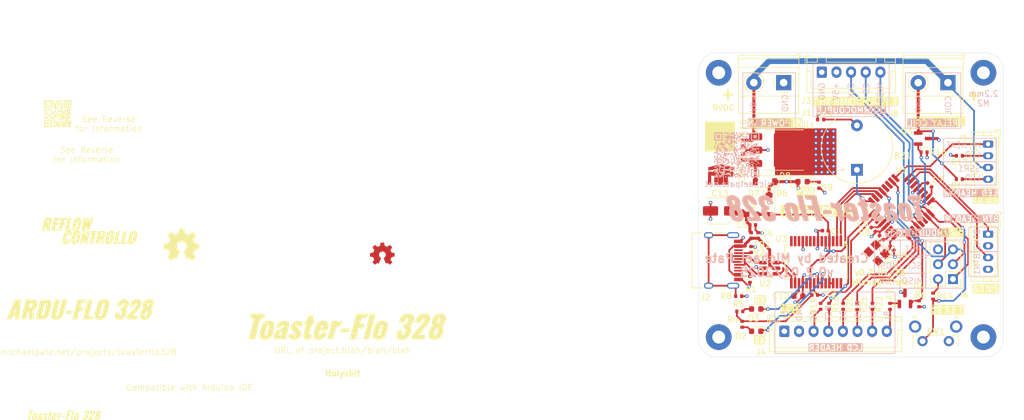
<source format=kicad_pcb>
(kicad_pcb (version 20241229) (generator "pcbnew") (generator_version "9.0")
  (layers (0 "F.Cu" signal) (4 "In1.Cu" signal) (6 "In2.Cu" signal) (2 "B.Cu" power) (13 "F.Paste" user) (15 "B.Paste" user) (5 "F.SilkS" user "F.Silkscreen") (7 "B.SilkS" user "B.Silkscreen") (1 "F.Mask" user) (3 "B.Mask" user) (25 "Edge.Cuts" user))
  (net 0 "")
  (net 1 "/Microcontroller/BUZZER")
  (net 2 "Net-(BZ1--)")
  (net 3 "GND")
  (net 4 "+3V3")
  (net 5 "+9V")
  (net 6 "+5V")
  (net 7 "VBUS")
  (net 8 "VCC")
  (net 9 "/Microcontroller/XTAL1")
  (net 10 "/Microcontroller/XTAL2")
  (net 11 "/Microcontroller/TXL_K")
  (net 12 "/Microcontroller/TXL_A")
  (net 13 "/Microcontroller/RXL_K")
  (net 14 "/Microcontroller/RXL_A")
  (net 15 "Net-(D8-K)")
  (net 16 "/Power Supply and USB/VBUS_IN")
  (net 17 "/Power Supply and USB/CC2")
  (net 18 "/Power Supply and USB/CC1")
  (net 19 "Net-(J2-SHIELD)")
  (net 20 "/Power Supply and USB/D+_IN")
  (net 21 "/Power Supply and USB/D-_IN")
  (net 22 "TC_CLK")
  (net 23 "TC_CS")
  (net 24 "TC_DAT")
  (net 25 "LCD_RST")
  (net 26 "LCD_CS")
  (net 27 "/Connectors/LCD_BL")
  (net 28 "LCD_DC")
  (net 29 "LCD_DIN")
  (net 30 "LCD_CLK")
  (net 31 "HI_HEAT_K")
  (net 32 "HI_HEAT_LED")
  (net 33 "/Connectors/SSR1_LED_K")
  (net 34 "AVR_RST")
  (net 35 "ICSP_13")
  (net 36 "BTN2")
  (net 37 "BTN1")
  (net 38 "IDE_A3")
  (net 39 "AVR_SSR1")
  (net 40 "Net-(U5-PD3)")
  (net 41 "Net-(U5-PD4)")
  (net 42 "Net-(U5-PD5)")
  (net 43 "Net-(U5-PD6)")
  (net 44 "Net-(U5-PD7)")
  (net 45 "USB_DM")
  (net 46 "USB_DP")
  (net 52 "/Microcontroller/AVR_RX")
  (net 56 "/Microcontroller/AVR_TX")
  (net 64 "Net-(J8-Pin_2)")
  (net 68 "Net-(Q4-D)")
  (net 69 "Net-(C13-Pad1)")
  (footprint "Resistor_SMD:R_0402_1005Metric" (layer "F.Cu") (at 141 116.8 180)
    (property "Reference" "R5")
    (property "Value" "1k")
  )
  (footprint "LOGO" (layer "F.Cu") (at 45.75 105.5)
    (property "Reference" "G***" (hide yes))
    (property "Value" "LOGO" (hide yes))
  )
  (footprint "TerminalBlock_Phoenix:TerminalBlock_Phoenix_MKDS-1,5-2-5.08_1x02_P5.08mm_Horizontal" (layer "F.Cu") (at 148.48 77.695 180)
    (property "Reference" "J1")
    (property "Value" "Conn_01x02")
  )
  (footprint "Connector_JST:JST_PH_B4B-PH-K_1x04_P2.00mm_Vertical" (layer "F.Cu") (at 183.4 103.6 -90)
    (property "Reference" "J7")
    (property "Value" "Conn_01x04")
  )
  (footprint "MountingHole:MountingHole_2.2mm_M2_Pad" (layer "F.Cu") (at 182.6 76)
    (property "Reference" "H3" (hide yes))
    (property "Value" "MountingHole_Pad")
  )
  (footprint "Capacitor_SMD:C_0402_1005Metric" (layer "F.Cu") (at 141.521573 90.421573 -90)
    (property "Reference" "C15")
    (property "Value" "100n")
  )
  (footprint "Package_TO_SOT_SMD:SOT-23" (layer "F.Cu") (at 169.2 114.6 90)
    (property "Reference" "Q4")
    (property "Value" "AO3414-HXY")
  )
  (footprint "Resistor_SMD:R_0402_1005Metric" (layer "F.Cu") (at 172.4625 89.6)
    (property "Reference" "R16")
    (property "Value" "10k")
  )
  (footprint "Capacitor_SMD:C_0402_1005Metric" (layer "F.Cu") (at 155.6 103)
    (property "Reference" "C1")
    (property "Value" "100n")
  )
  (footprint "Connector_USB:USB_C_Receptacle_HRO_TYPE-C-31-M-12" (layer "F.Cu") (at 136.721573 108.091573 -90)
    (property "Reference" "J2")
    (property "Value" "USB_C_Receptacle_USB2.0_14P")
  )
  (footprint "Package_TO_SOT_SMD:TO-252-3_TabPin2" (layer "F.Cu") (at 148.761573 89.221573)
    (property "Reference" "U1")
    (property "Value" "L7805")
  )
  (footprint "Connector_JST:JST_PH_B4B-PH-K_1x04_P2.00mm_Vertical" (layer "F.Cu") (at 183.4 88.2 -90)
    (property "Reference" "J5")
    (property "Value" "Conn_01x04")
  )
  (footprint "TerminalBlock_Phoenix:TerminalBlock_Phoenix_MKDS-1,5-2-5.08_1x02_P5.08mm_Horizontal" (layer "F.Cu") (at 176.545 77.695 180)
    (property "Reference" "J8")
    (property "Value" "Conn_01x02")
  )
  (footprint "Resistor_SMD:R_0402_1005Metric" (layer "F.Cu") (at 178.49 90.2 180)
    (property "Reference" "R13")
    (property "Value" "470")
  )
  (footprint "Capacitor_SMD:CP_Elec_4x5.4" (layer "F.Cu") (at 137.8 99.621573 180)
    (property "Reference" "C13")
    (property "Value" "4u7")
  )
  (footprint "Resistor_SMD:R_0402_1005Metric" (layer "F.Cu") (at 142.721573 111.331573 90)
    (property "Reference" "R1")
    (property "Value" "5k1")
  )
  (footprint "LOGO" (layer "F.Cu") (at 25.5 134.5)
    (property "Reference" "G***" (hide yes))
    (property "Value" "LOGO" (hide yes))
  )
  (footprint "Buzzer_Beeper:Buzzer_12x9.5RM7.6" (layer "F.Cu") (at 161 92.6 90)
    (property "Reference" "BZ1")
    (property "Value" "Buzzer")
  )
  (footprint "Package_SO:SSOP-28_5.3x10.2mm_P0.65mm" (layer "F.Cu") (at 154.025 108.4 -90)
    (property "Reference" "U3")
    (property "Value" "FT232RL")
  )
  (footprint "Resistor_SMD:R_0402_1005Metric" (layer "F.Cu") (at 161.05 115.9375 -90)
    (property "Reference" "R21")
    (property "Value" "10k")
  )
  (footprint "LOGO" (layer "F.Cu") (at 29.75 103.25)
    (property "Reference" "G***" (hide yes))
    (property "Value" "LOGO" (hide yes))
  )
  (footprint "Capacitor_SMD:C_0402_1005Metric" (layer "F.Cu") (at 144.121573 103.821573 -90)
    (property "Reference" "C4")
    (property "Value" "10n")
  )
  (footprint "LED_SMD:LED_0603_1608Metric" (layer "F.Cu") (at 151.721573 94.621573 180)
    (property "Reference" "D8")
    (property "Value" "RED")
  )
  (footprint "Resistor_SMD:R_0402_1005Metric" (layer "F.Cu") (at 154.8 115.9375 -90)
    (property "Reference" "R19")
    (property "Value" "1k")
  )
  (footprint "LED_SMD:LED_0603_1608Metric" (layer "F.Cu") (at 143.8 120.2 180)
    (property "Reference" "D2")
    (property "Value" "RED")
  )
  (footprint "Fuse:Fuse_0603_1608Metric_Pad1.05x0.95mm_HandSolder" (layer "F.Cu") (at 143 100.221573)
    (property "Reference" "F2")
    (property "Value" "0603L020/6XR")
  )
  (footprint "Button_Switch_THT:SW_Tactile_SPST_Angled_PTS645Vx58-2LFS" (layer "F.Cu") (at 176.7 121.89 180)
    (property "Reference" "SW1")
    (property "Value" "SW_Push")
  )
  (footprint "Capacitor_SMD:C_0402_1005Metric" (layer "F.Cu") (at 167 106 135)
    (property "Reference" "C9")
    (property "Value" "22p")
  )
  (footprint "Connector_PinHeader_2.54mm:PinHeader_2x03_P2.54mm_Vertical" (layer "F.Cu") (at 177.4 111.28 180)
    (property "Reference" "J6")
    (property "Value" "Conn_02x03_Counter_Clockwise")
  )
  (footprint "Connector_JST:JST_XH_B5B-XH-A_1x05_P2.50mm_Vertical" (layer "F.Cu") (at 155 75.896573)
    (property "Reference" "J3")
    (property "Value" "Conn_01x05")
  )
  (footprint "Capacitor_SMD:C_0402_1005Metric" (layer "F.Cu") (at 173.4 95.2 -45)
    (property "Reference" "C7")
    (property "Value" "100n")
  )
  (footprint "Connector_JST:JST_XH_B8B-XH-A_1x08_P2.50mm_Vertical" (layer "F.Cu") (at 148.6 120.2)
    (property "Reference" "J4")
    (property "Value" "Conn_01x08")
  )
  (footprint "Package_QFP:TQFP-32_7x7mm_P0.8mm" (layer "F.Cu") (at 168.6 99 45)
    (property "Reference" "U5")
    (property "Value" "ATmega328PB-A")
  )
  (footprint "Capacitor_SMD:C_0402_1005Metric" (layer "F.Cu") (at 141.521573 88.021573 90)
    (property "Reference" "C16")
    (property "Value" "220n")
  )
  (footprint "LOGO" (layer "F.Cu") (at 154.439327 99.594552)
    (property "Reference" "G***" (hide yes))
    (property "Value" "LOGO" (hide yes))
  )
  (footprint "Resistor_SMD:R_0402_1005Metric" (layer "F.Cu") (at 166.65 115.9375 90)
    (property "Reference" "R7")
    (property "Value" "330")
  )
  (footprint "Resistor_SMD:R_0402_1005Metric" (layer "F.Cu") (at 174 114.2 90)
    (property "Reference" "R14")
    (property "Value" "10k")
  )
  (footprint "Resistor_SMD:R_0402_1005Metric" (layer "F.Cu") (at 158.65 115.9375 -90)
    (property "Reference" "R20")
    (property "Value" "10k")
  )
  (footprint "Package_TO_SOT_SMD:SOT-23-6" (layer "F.Cu") (at 146.121573 109.421573)
    (property "Reference" "U2")
    (property "Value" "USBLC6-2SC6")
  )
  (footprint "Resistor_SMD:R_0402_1005Metric" (layer "F.Cu") (at 156.25 115.9375 -90)
    (property "Reference" "R18")
    (property "Value" "10k")
  )
  (footprint "LED_SMD:LED_0603_1608Metric" (layer "F.Cu") (at 143.8 116.4 180)
    (property "Reference" "D3")
    (property "Value" "RED")
  )
  (footprint "LOGO" (layer "F.Cu") (at 80 107)
    (property "Reference" "G***" (hide yes))
    (property "Value" "LOGO" (hide yes))
  )
  (footprint "MountingHole:MountingHole_2.2mm_M2_Pad" (layer "F.Cu") (at 182.6 121.2)
    (property "Reference" "H4" (hide yes))
    (property "Value" "MountingHole_Pad")
  )
  (footprint "Resistor_SMD:R_0402_1005Metric" (layer "F.Cu") (at 141.4 119 90)
    (property "Reference" "R4")
    (property "Value" "1k")
  )
  (footprint "LOGO" (layer "F.Cu") (at 73.568135 119.242352)
    (property "Reference" "G***" (hide yes))
    (property "Value" "LOGO" (hide yes))
  )
  (footprint "Resistor_SMD:R_0402_1005Metric" (layer "F.Cu") (at 154.521573 95.221573 -90)
    (property "Reference" "R9")
    (property "Value" "470")
  )
  (footprint "Inductor_SMD:L_0402_1005Metric" (layer "F.Cu") (at 142.921573 103.821573 90)
    (property "Reference" "FB2")
    (property "Value" "33R100MHz")
  )
  (footprint "Package_TO_SOT_SMD:SOT-23" (layer "F.Cu") (at 172.4 87.25)
    (property "Reference" "Q3")
    (property "Value" "AO3414-HXY")
  )
  (footprint "Watermarks:MTP Logo 5mm Low Detail Copper" (layer "F.Cu") (at 137.8 93.4)
    (property "Reference" "REF**" (hide yes))
    (property "Value" "MTP Logo 5mm Low Detail Copper" (hide yes))
  )
  (footprint "Crystal:Crystal_SMD_3225-4Pin_3.2x2.5mm" (layer "F.Cu") (at 164.4 106.8 135)
    (property "Reference" "Y2")
    (property "Value" "16MHz")
  )
  (footprint "Diode_SMD:D_SOD-123" (layer "F.Cu") (at 146 98.6 -90)
    (property "Reference" "D6")
    (property "Value" "MBR0520T1G-JSM")
  )
  (footprint "Capacitor_SMD:C_0402_1005Metric" (layer "F.Cu") (at 153.8 114 180)
    (property "Reference" "C2")
    (property "Value" "100n")
  )
  (footprint "Capacitor_SMD:C_0603_1608Metric" (layer "F.Cu") (at 151 114.2)
    (property "Reference" "C12")
    (property "Value" "1u")
  )
  (footprint "Capacitor_SMD:C_0402_1005Metric" (layer "F.Cu") (at 143.2 102.021573 180)
    (property "Reference" "C5")
    (property "Value" "100n")
  )
  (footprint "MountingHole:MountingHole_2.2mm_M2_Pad" (layer "F.Cu") (at 137.4 76)
    (property "Reference" "H1" (hide yes))
    (property "Value" "MountingHole_Pad")
  )
  (footprint "Resistor_SMD:R_0402_1005Metric" (layer "F.Cu") (at 178.49 94.2 180)
    (property "Reference" "R17")
    (property "Value" "10k")
  )
  (footprint "Capacitor_SMD:C_0402_1005Metric" (layer "F.Cu") (at 165.2 104.2 -45)
    (property "Reference" "C8")
    (property "Value" "22p")
  )
  (footprint "Resistor_SMD:R_0402_1005Metric" (layer "F.Cu") (at 142.921573 106.221573 -90)
    (property "Reference" "R2")
    (property "Value" "5k1")
  )
  (footprint "MountingHole:MountingHole_2.2mm_M2_Pad" (layer "F.Cu") (at 137.4 121.2)
    (property "Reference" "H2" (hide yes))
    (property "Value" "MountingHole_Pad")
  )
  (footprint "Resistor_SMD:R_0402_1005Metric" (layer "F.Cu") (at 171.6 115.5 -90)
    (property "Reference" "R6")
    (property "Value" "10k")
  )
  (footprint "Resistor_SMD:R_0402_1005Metric" (layer "F.Cu") (at 154.8 84)
    (property "Reference" "R15")
    (property "Value" "1k")
  )
  (footprint "Resistor_SMD:R_0402_1005Metric" (layer "F.Cu") (at 140.8 114.2)
    (property "Reference" "R8")
    (property "Value" "0")
  )
  (footprint "Watermarks:michaelpate.net QR Code 5mm" (layer "F.Cu") (at 24.5 83)
    (property "Reference" "REF**" (hide yes))
    (property "Value" "michaelpate.net QR Code 5mm" (hide yes))
  )
  (footprint "Capacitor_SMD:C_0402_1005Metric" (layer "F.Cu") (at 163.8 102.8 135)
    (property "Reference" "C6")
    (property "Value" "100n")
  )
  (footprint "Resistor_SMD:R_0402_1005Metric" (layer "F.Cu") (at 163.65 115.9375 -90)
    (property "Reference" "R22")
    (property "Value" "10k")
  )
  (footprint "LOGO" (layer "F.Cu") (at 28.25 116.5)
    (property "Reference" "G***" (hide yes))
    (property "Value" "LOGO" (hide yes))
  )
  (footprint "Diode_SMD:D_SOD-123" (layer "F.Cu") (at 145.321573 94.621573 180)
    (property "Reference" "D7")
    (property "Value" "MBR0520T1G-JSM")
  )
  (footprint "LOGO" (layer "B.Cu") (at 140.5 90 180)
    (property "Reference" "G***" (hide yes))
    (property "Value" "LOGO" (hide yes))
  )
  (footprint "LOGO" (layer "B.Cu") (at 155.960589 99.024892 180)
    (property "Reference" "G***" (hide yes))
    (property "Value" "LOGO" (hide yes))
  )
  (gr_rect (start 135.1 84.4) (end 140.1 89.4) (stroke (width 0.1)) (fill yes) (layer "F.SilkS"))
  (gr_rect (start 149.721573 93.621573) (end 153.721573 95.621573) (stroke (width 0.1)) (fill no) (layer "F.SilkS"))
  (gr_rect (start 164.025 104.6) (end 168.4 112.85) (stroke (width 0.1)) (fill no) (layer "B.SilkS"))
  (gr_line (start 176.1 104.9) (end 170.4 104.9) (stroke (width 0.1)) (layer "B.SilkS"))
  (gr_rect (start 180.115704 102.395942) (end 185.015704 106.595942) (stroke (width 0.1)) (fill no) (layer "B.SilkS"))
  (gr_rect (start 153.5 74.5) (end 166.5 83.5) (stroke (width 0.1)) (fill no) (layer "B.SilkS"))
  (gr_rect (start 147 113.5) (end 167.5 124) (stroke (width 0.1)) (fill no) (layer "B.SilkS"))
  (gr_rect (start 141.5 76) (end 150.5 85.5) (stroke (width 0.1)) (fill no) (layer "B.SilkS"))
  (gr_rect (start 164.025 110.286515) (end 172.71688 112.85) (stroke (width 0.1)) (fill no) (layer "B.SilkS"))
  (gr_rect (start 169.25 76) (end 178.75 85.5) (stroke (width 0.1)) (fill no) (layer "B.SilkS"))
  (gr_rect (start 175.8 91.2) (end 184.8 95.2) (stroke (width 0.1)) (fill no) (layer "B.SilkS"))
  (gr_rect (start 175.8 87.2) (end 184.8 91.2) (stroke (width 0.1)) (fill no) (layer "B.SilkS"))
  (gr_line (start 174.215712 106.881666) (end 173.9 107.2) (stroke (width 0.1)) (layer "B.SilkS"))
  (gr_line (start 173.9 107.2) (end 166.2 107.2) (stroke (width 0.1)) (layer "B.SilkS"))
  (gr_line (start 176.762214 105.52017) (end 176.1 104.9) (stroke (width 0.1)) (layer "B.SilkS"))
  (gr_rect (start 172.775 104.6) (end 179.2 112.85) (stroke (width 0.1)) (fill no) (layer "B.SilkS"))
  (gr_rect (start 164.025 104.6) (end 172.775 112.85) (stroke (width 0.1)) (fill no) (layer "B.SilkS"))
  (gr_rect (start 180.1 106.6) (end 185 110.8) (stroke (width 0.1)) (fill no) (layer "B.SilkS"))
  (gr_rect (start 164.025 107.6) (end 172.775 110.286515) (stroke (width 0.1)) (fill no) (layer "B.SilkS"))
  (gr_arc (start 134 75.6) (mid 134.87868 73.47868) (end 137 72.6) (stroke (width 0.05)) (layer "Edge.Cuts"))
  (gr_line (start 134 121.6) (end 134 75.6) (stroke (width 0.05)) (layer "Edge.Cuts"))
  (gr_arc (start 137 124.6) (mid 134.87868 123.72132) (end 134 121.6) (stroke (width 0.05)) (layer "Edge.Cuts"))
  (gr_line (start 183 124.6) (end 137 124.6) (stroke (width 0.05)) (layer "Edge.Cuts"))
  (gr_arc (start 183 72.6) (mid 185.12132 73.47868) (end 186 75.6) (stroke (width 0.05)) (layer "Edge.Cuts"))
  (gr_arc (start 186 121.6) (mid 185.12132 123.72132) (end 183 124.6) (stroke (width 0.05)) (layer "Edge.Cuts"))
  (gr_line (start 186 75.6) (end 186 121.6) (stroke (width 0.05)) (layer "Edge.Cuts"))
  (gr_line (start 137 72.6) (end 183 72.6) (stroke (width 0.05)) (layer "Edge.Cuts"))
  (gr_text "POWER IN" (at 147.2 84.6 0) (layer "F.SilkS" knockout) (effects (font (size 1.25 1.25) (thickness 0.2) (bold yes))))
  (gr_text "See Reverse\nfor Information" (at 29.5 90 0) (layer "F.SilkS") (effects (font (size 1 1) (thickness 0.1))))
  (gr_text "Compatible with Arduino IDE" (at 47 129.8 0) (layer "F.SilkS") (effects (font (size 1 1) (thickness 0.1))))
  (gr_text "THERMOCOUPLE" (at 160.8 81 0) (layer "F.SilkS" knockout) (effects (font (size 1.25 1.25) (thickness 0.15625))))
  (gr_text "michaelpate.net/projects/toasterflo328" (at 29.75 123.75 0) (layer "F.SilkS") (effects (font (size 1 1) (thickness 0.1))))
  (gr_text "BTNS" (at 183 113 0) (layer "F.SilkS" knockout) (effects (font (size 1.25 1.25) (thickness 0.15625))))
  (gr_text "See Reverse\nfor Information" (at 33.25 84.75 0) (layer "F.SilkS") (effects (font (size 1 1) (thickness 0.1))))
  (gr_text "LCD" (at 149.6 116.4 0) (layer "F.SilkS" knockout) (effects (font (size 1.25 1.25) (thickness 0.15625))))
  (gr_text "9VDC" (at 136.2 82.6 0) (layer "F.SilkS") (effects (font (size 1 1)) (justify left bottom)))
  (gr_text "PWR" (at 152.184006 96.332881 0) (layer "F.SilkS" knockout) (effects (font (size 1 1) (thickness 0.19) (bold yes))))
  (gr_text "+" (at 139 79.6 0) (layer "F.SilkS") (effects (font (size 2 2) (thickness 0.375))))
  (gr_text "ICSP" (at 177.125 103.355 0) (layer "F.SilkS" knockout) (effects (font (size 1.25 1.25) (thickness 0.15625))))
  (gr_text "RESET" (at 176.318063 116.588409 0) (layer "F.SilkS" knockout) (effects (font (size 1.25 1.25) (thickness 0.15625))))
  (gr_text "SSR COIL" (at 175 84.4 0) (layer "F.SilkS" knockout) (effects (font (size 1.25 1.25) (thickness 0.15625))))
  (gr_text "v0.2 01/25\nMichael Pate" (at 165 111 0) (layer "F.SilkS") (effects (font (size 1 1) (thickness 0.2) (bold yes))))
  (gr_text "Holysbit" (at 73.168135 127.392352 0) (layer "F.SilkS") (effects (font (size 1 1) (thickness 0.2) (bold yes))))
  (gr_text "+" (at 181 79.8 0) (layer "F.SilkS") (effects (font (size 2 2) (thickness 0.375))))
  (gr_text "TX" (at 144.4 121.8 0) (layer "F.SilkS" knockout) (effects (font (size 1 1) (thickness 0.19) (bold yes))))
  (gr_text "URL of project.blah/blah/blah" (at 73.168135 123.442352 0) (layer "F.SilkS") (effects (font (size 1 1) (thickness 0.1))))
  (gr_text "LEDS" (at 183 97.6 0) (layer "F.SilkS" knockout) (effects (font (size 1.25 1.25) (thickness 0.15625))))
  (gr_text "RX" (at 144.4 114.8 0) (layer "F.SilkS" knockout) (effects (font (size 1 1) (thickness 0.19) (bold yes))))
  (gr_text "RST" (at 171.975 106.2 0) (layer "B.SilkS") (effects (font (size 1 1) (thickness 0.1)) (justify left mirror)))
  (gr_text "MISO" (at 172.375 111.6 0) (layer "B.SilkS") (effects (font (size 1 1) (thickness 0.1)) (justify left mirror)))
  (gr_text "BTN HEADER" (at 180.6 101 0) (layer "B.SilkS" knockout) (effects (font (size 1 1) (thickness 0.2) (bold yes)) (justify mirror)))
  (gr_text "BTN1" (at 181.484334 106.8 90) (layer "B.SilkS") (effects (font (size 1 1) (thickness 0.1)) (justify left mirror)))
  (gr_text "Created by Michael Pate\nv0.2 01/2025" (at 149 111 0) (layer "B.SilkS") (effects (font (size 1.5 1.5) (thickness 0.3) (bold yes)) (justify bottom mirror)))
  (gr_text "MOSI" (at 168.175 109 0) (layer "B.SilkS") (effects (font (size 1 1) (thickness 0.1)) (justify left mirror)))
  (gr_text "CLK" (at 160 77.6 90) (layer "B.SilkS") (effects (font (size 1 1) (thickness 0.1)) (justify left mirror)))
  (gr_text "+5V" (at 157.4 77.6 90) (layer "B.SilkS") (effects (font (size 1 1) (thickness 0.1)) (justify left mirror)))
  (gr_text "POWER IN" (at 146 84.6 0) (layer "B.SilkS" knockout) (effects (font (size 1 1) (thickness 0.2) (bold yes)) (justify mirror)))
  (gr_text "DC" (at 158.65 118.55 90) (layer "B.SilkS") (effects (font (size 1 1) (thickness 0.1)) (justify right mirror)))
  (gr_text "CLK" (at 163.65 118.55 90) (layer "B.SilkS") (effects (font (size 1 1) (thickness 0.1)) (justify right mirror)))
  (gr_text "BL" (at 166.15 118.55 90) (layer "B.SilkS") (effects (font (size 1 1) (thickness 0.1)) (justify right mirror)))
  (gr_text "LCD HEADER" (at 157.4 123 0) (layer "B.SilkS" knockout) (effects (font (size 1 1) (thickness 0.2) (bold yes)) (justify mirror)))
  (gr_text "COIL" (at 176.6 79.85 90) (layer "B.SilkS") (effects (font (size 1 1) (thickness 0.1)) (justify left mirror)))
  (gr_text "THERMOCOUPLE" (at 160 82.4 0) (layer "B.SilkS" knockout) (effects (font (size 1 1) (thickness 0.2) (bold yes)) (justify mirror)))
  (gr_text "GND" (at 148.74905 79.637643 90) (layer "B.SilkS") (effects (font (size 1 1) (thickness 0.1)) (justify left mirror)))
  (gr_text "MOSI" (at 161.15 118.55 90) (layer "B.SilkS") (effects (font (size 1 1) (thickness 0.1)) (justify right mirror)))
  (gr_text "BTN2" (at 181.483669 102.6 90) (layer "B.SilkS") (effects (font (size 1 1) (thickness 0.1)) (justify left mirror)))
  (gr_text "CS" (at 153.65 118.55 90) (layer "B.SilkS") (effects (font (size 1 1) (thickness 0.1)) (justify right mirror)))
  (gr_text "2.2mm\nM2" (at 182.6 80.4 0) (layer "B.SilkS") (effects (font (size 1 1) (thickness 0.125)) (justify mirror)))
  (gr_text "SSR1\nLED" (at 182.2 93.2 0) (layer "B.SilkS") (effects (font (size 1 1) (thickness 0.1)) (justify left mirror)))
  (gr_text "GND" (at 155 77.6 90) (layer "B.SilkS") (effects (font (size 1 1) (thickness 0.1)) (justify left mirror)))
  (gr_text "GND" (at 151.15 118.55 90) (layer "B.SilkS") (effects (font (size 1 1) (thickness 0.1)) (justify right mirror)))
  (gr_text "michaelpate.net" (at 141 95 0) (layer "B.SilkS") (effects (font (size 1 1) (thickness 0.125)) (justify mirror)))
  (gr_text "LED HEADER" (at 180.4 96.6 0) (layer "B.SilkS" knockout) (effects (font (size 1 1) (thickness 0.2) (bold yes)) (justify mirror)))
  (gr_text "CS" (at 162.6 77.6 90) (layer "B.SilkS") (effects (font (size 1 1) (thickness 0.1)) (justify left mirror)))
  (gr_text "HI HEAT\nLED" (at 182.2 89.2 0) (layer "B.SilkS") (effects (font (size 1 1) (thickness 0.1)) (justify left mirror)))
  (gr_text "ARDUINO ICSP" (at 171.2 103.4 0) (layer "B.SilkS" knockout) (effects (font (size 1 1) (thickness 0.2) (bold yes)) (justify mirror)))
  (gr_text "RELAY COIL" (at 174 84.6 0) (layer "B.SilkS" knockout) (effects (font (size 1 1) (thickness 0.2) (bold yes)) (justify mirror)))
  (gr_text "+5V" (at 167.975 111.6 0) (layer "B.SilkS") (effects (font (size 1 1) (thickness 0.1)) (justify left mirror)))
  (gr_text "SCK" (at 172.175 109 0) (layer "B.SilkS") (effects (font (size 1 1) (thickness 0.1)) (justify left mirror)))
  (gr_text "GND" (at 167.775 106.2 0) (layer "B.SilkS") (effects (font (size 1 1) (thickness 0.1)) (justify left mirror)))
  (gr_text "+5V" (at 148.65 118.55 90) (layer "B.SilkS") (effects (font (size 1 1) (thickness 0.1)) (justify right mirror)))
  (gr_text "MISO" (at 165 77.6 90) (layer "B.SilkS") (effects (font (size 1 1) (thickness 0.1)) (justify left mirror)))
  (gr_text "RST" (at 156.15 118.55 90) (layer "B.SilkS") (effects (font (size 1 1) (thickness 0.1)) (justify right mirror)))
  (gr_text "+9V" (at 143.4 79.637643 90) (layer "B.SilkS") (effects (font (size 1 1) (thickness 0.1)) (justify left mirror)))
  (gr_text "GND" (at 171.5 79.85 90) (layer "B.SilkS") (effects (font (size 1 1) (thickness 0.1)) (justify left mirror)))
  (segment (start 163.614897 97.974695) (end 162.474695 97.974695) (width 0.3) (layer "F.Cu") (net 1))
  (segment (start 162.474695 97.974695) (end 162 97.5) (width 0.3) (layer "F.Cu") (net 1))
  (via (at 162 97.5) (size 0.6) (drill 0.3) (layers "F.Cu" "B.Cu") (net 1))
  (segment (start 162 97.5) (end 161 96.5) (width 0.3) (layer "B.Cu") (net 1))
  (segment (start 161 96.5) (end 161 92.6) (width 0.3) (layer "B.Cu") (net 1))
  (segment (start 160 84) (end 161 85) (width 0.3) (layer "F.Cu") (net 2))
  (segment (start 155.31 84) (end 160 84) (width 0.3) (layer "F.Cu") (net 2))
  (segment (start 143.68 102.021573) (end 143.68 102.9) (width 0.3) (layer "F.Cu") (net 3))
  (segment (start 164.139411 103.360589) (end 163.5 104) (width 0.3) (layer "F.Cu") (net 3))
  (segment (start 144.021573 109.421573) (end 143.8 109.2) (width 0.3) (layer "F.Cu") (net 3))
  (segment (start 154.35 103.35) (end 154 103) (width 0.3) (layer "F.Cu") (net 3))
  (segment (start 151.75 106.15) (end 151.8 106.2) (width 0.3) (layer "F.Cu") (net 3))
  (segment (start 154.35 105.954666) (end 154.247972 106.056694) (width 0.3) (layer "F.Cu") (net 3))
  (segment (start 173.060589 94.860589) (end 172.173725 94.860589) (width 0.3) (layer "F.Cu") (net 3))
  (segment (start 153.7 113.373154) (end 154.28 113.953154) (width 0.3) (layer "F.Cu") (net 3))
  (segment (start 154.35 104.8) (end 154.35 103.35) (width 0.3) (layer "F.Cu") (net 3))
  (segment (start 172.173725 94.860589) (end 171.322361 95.711953) (width 0.3) (layer "F.Cu") (net 3))
  (segment (start 174.75 87.25) (end 175 87.5) (width 0.5) (layer "F.Cu") (net 3))
  (segment (start 156.3 110.7) (end 156.4 110.6) (width 0.3) (layer "F.Cu") (net 3))
  (segment (start 167.339411 106.339411) (end 167.339411 107.339411) (width 0.3) (layer "F.Cu") (net 3))
  (segment (start 136 99.621573) (end 136 98.2) (width 0.3) (layer "F.Cu") (net 3))
  (segment (start 150.73462 115.24038) (end 151.775 114.2) (width 0.3) (layer "F.Cu") (net 3))
  (segment (start 140.766573 104.841573) (end 140.958427 104.841573) (width 0.3) (layer "F.Cu") (net 3))
  (segment (start 141.341573 111.341573) (end 142.6 112.6) (width 0.3) (layer "F.Cu") (net 3))
  (segment (start 150.44038 115.24038) (end 150.73462 115.24038) (width 0.3) (layer "F.Cu") (net 3))
  (segment (start 142.241573 89.221573) (end 141.521573 89.941573) (width 0.3) (layer "F.Cu") (net 3))
  (segment (start 144.121573 103.341573) (end 144.741573 103.341573) (width 0.3) (layer "F.Cu") (net 3))
  (segment (start 154.28 114) (end 155.2 114) (width 0.3) (layer "F.Cu") (net 3))
  (segment (start 143.68 102.9) (end 144.121573 103.341573) (width 0.3) (layer "F.Cu") (net 3))
  (segment (start 164.860589 103.860589) (end 164.860589 103.305097) (width 0.3) (layer "F.Cu") (net 3))
  (segment (start 154.29 84) (end 154.29 83.21) (width 0.3) (layer "F.Cu") (net 3))
  (segment (start 141.521573 88.501573) (end 142.241573 89.221573) (width 0.3) (layer "F.Cu") (net 3))
  (segment (start 142.721573 111.841573) (end 142.721573 112.478427) (width 0.3) (layer "F.Cu") (net 3))
  (segment (start 140.958427 104.841573) (end 141.6 104.2) (width 0.3) (layer "F.Cu") (net 3))
  (segment (start 143.511573 105.711573) (end 143.6 105.8) (width 0.3) (layer "F.Cu") (net 3))
  (segment (start 173.3375 87.25) (end 174.75 87.25) (width 0.5) (layer "F.Cu") (net 3))
  (segment (start 151.75 114.175) (end 151.775 114.2) (width 0.3) (layer "F.Cu") (net 3))
  (segment (start 142.241573 89.221573) (end 143.721573 89.221573) (width 0.3) (layer "F.Cu") (net 3))
  (segment (start 172.49 116.01) (end 172.5 116) (width 0.3) (layer "F.Cu") (net 3))
  (segment (start 142.921573 105.711573) (end 143.511573 105.711573) (width 0.3) (layer "F.Cu") (net 3))
  (segment (start 154.29 83.21) (end 154.5 83) (width 0.3) (layer "F.Cu") (net 3))
  (segment (start 151.75 104.8) (end 151.75 106.15) (width 0.3) (layer "F.Cu") (net 3))
  (segment (start 154.28 113.953154) (end 154.28 114) (width 0.3) (layer "F.Cu") (net 3))
  (segment (start 171.322361 95.711953) (end 171.288047 95.711953) (width 0.3) (layer "F.Cu") (net 3))
  (segment (start 165.026275 103.139411) (end 165.877639 102.288047) (width 0.3) (layer "F.Cu") (net 3))
  (segment (start 168.6625 113.6625) (end 168.5 113.5) (width 0.3) (layer "F.Cu") (net 3))
  (segment (start 155.12 103) (end 154 103) (width 0.3) (layer "F.Cu") (net 3))
  (segment (start 177.2 90.2) (end 177 90) (width 0.3) (layer "F.Cu") (net 3))
  (segment (start 177.98 90.2) (end 177.2 90.2) (width 0.3) (layer "F.Cu") (net 3))
  (segment (start 151.75 112) (end 151.75 114.175) (width 0.3) (layer "F.Cu") (net 3))
  (segment (start 166.665686 101.5) (end 167 101.5) (width 0.3) (layer "F.Cu") (net 3))
  (segment (start 141.31 114.2) (end 142.2 114.2) (width 0.3) (layer "F.Cu") (net 3))
  (segment (start 171.288047 95.711953) (end 170.5 96.5) (width 0.3) (layer "F.Cu") (net 3))
  (segment (start 144.741573 103.341573) (end 144.8 103.4) (width 0.3) (layer "F.Cu") (net 3))
  (segment (start 164.139411 103.139411) (end 165.026275 103.139411) (width 0.3) (layer "F.Cu") (net 3))
  (segment (start 151.75 112) (end 151.75 110.85) (width 0.3) (layer "F.Cu") (net 3))
  (segment (start 154.731573 95.731573) (end 155.5 96.5) (width 0.3) (layer "F.Cu") (net 3))
  (segment (start 164.860589 103.305097) (end 165.877639 102.288047) (width 0.3) (layer "F.Cu") (net 3))
  (segment (start 143.721573 89.221573) (end 145.778427 89.221573) (width 0.3) (layer "F.Cu") (net 3))
  (segment (start 164.139411 103.139411) (end 164.139411 103.360589) (width 0.3) (layer "F.Cu") (net 3))
  (segment (start 172.9725 89.6) (end 172.9725 90.4725) (width 0.3) (layer "F.Cu") (net 3))
  (segment (start 171.6 116.01) (end 172.49 116.01) (width 0.3) (layer "F.Cu") (net 3))
  (segment (start 140.766573 111.341573) (end 141.341573 111.341573) (width 0.3) (layer "F.Cu") (net 3))
  (segment (start 154.521573 95.731573) (end 154.731573 95.731573) (width 0.3) (layer "F.Cu") (net 3))
  (segment (start 154.35 104.8) (end 154.35 105.954666) (width 0.3) (layer "F.Cu") (net 3))
  (segment (start 169.2 113.6625) (end 168.6625 113.6625) (width 0.3) (layer "F.Cu") (net 3))
  (segment (start 165.877639 102.288047) (end 166.665686 101.5) (width 0.3) (layer "F.Cu") (net 3))
  (segment (start 156.95 112) (end 156.3 112) (width 0.3) (layer "F.Cu") (net 3))
  (segment (start 145.778427 89.221573) (end 145.8 89.2) (width 0.3) (layer "F.Cu") (net 3))
  (segment (start 142.721573 112.478427) (end 142.6 112.6) (width 0.3) (layer "F.Cu") (net 3))
  (segment (start 167.339411 107.339411) (end 167.5 107.5) (width 0.3) (layer "F.Cu") (net 3))
  (segment (start 136 99.621573) (end 136 101) (width 0.3) (layer "F.Cu") (net 3))
  (segment (start 151.75 110.85) (end 152 110.6) (width 0.3) (layer "F.Cu") (net 3))
  (segment (start 172.9725 90.4725) (end 173 90.5) (width 0.3) (layer "F.Cu") (net 3))
  (segment (start 144.984073 109.421573) (end 144.021573 109.421573) (width 0.3) (layer "F.Cu") (net 3))
  (segment (start 156.3 112) (end 156.3 110.7) (width 0.3) (layer "F.Cu") (net 3))
  (segment (start 153.7 112) (end 153.7 113.373154) (width 0.3) (layer "F.Cu") (net 3))
  (via (at 156 87) (size 0.6) (drill 0.3) (layers "F.Cu" "B.Cu") (net 3))
  (via (at 172.5 116) (size 0.6) (drill 0.3) (layers "F.Cu" "B.Cu") (net 3))
  (via (at 154 93) (size 0.6) (drill 0.3) (layers "F.Cu" "B.Cu") (net 3))
  (via (at 155 92) (size 0.6) (drill 0.3) (layers "F.Cu" "B.Cu") (net 3))
  (via (at 157 87) (size 0.6) (drill 0.3) (layers "F.Cu" "B.Cu") (net 3))
  (via (at 155 88) (size 0.6) (drill 0.3) (layers "F.Cu" "B.Cu") (net 3))
  (via (at 156 91) (size 0.6) (drill 0.3) (layers "F.Cu" "B.Cu") (net 3))
  (via (at 170.5 96.5) (size 0.6) (drill 0.3) (layers "F.Cu" "B.Cu") (net 3))
  (via (at 156 86) (size 0.6) (drill 0.3) (layers "F.Cu" "B.Cu") (net 3))
  (via (at 155 89) (size 0.6) (drill 0.3) (layers "F.Cu" "B.Cu") (net 3))
  (via (at 157 91) (size 0.6) (drill 0.3) (layers "F.Cu" "B.Cu") (net 3))
  (via (at 156 88) (size 0.6) (drill 0.3) (layers "F.Cu" "B.Cu") (net 3))
  (via (at 142.6 112.6) (size 0.6) (drill 0.3) (layers "F.Cu" "B.Cu") (net 3))
  (via (at 154 92) (size 0.6) (drill 0.3) (layers "F.Cu" "B.Cu") (net 3))
  (via (at 157 89) (size 0.6) (drill 0.3) (layers "F.Cu" "B.Cu") (net 3))
  (via (at 175 87.5) (size 0.6) (drill 0.3) (layers "F.Cu" "B.Cu") (net 3))
  (via (at 141.6 104.2) (size 0.6) (drill 0.3) (layers "F.Cu" "B.Cu") (net 3))
  (via (at 157 90) (size 0.6) (drill 0.3) (layers "F.Cu" "B.Cu") (net 3))
  (via (at 154 88) (size 0.6) (drill 0.3) (layers "F.Cu" "B.Cu") (net 3))
  (via (at 157 92) (size 0.6) (drill 0.3) (layers "F.Cu" "B.Cu") (net 3))
  (via (at 155 90) (size 0.6) (drill 0.3) (layers "F.Cu" "B.Cu") (net 3))
  (via (at 177 90) (size 0.6) (drill 0.3) (layers "F.Cu" "B.Cu") (net 3))
  (via (at 150.44038 115.24038) (size 0.6) (drill 0.3) (layers "F.Cu" "B.Cu") (net 3))
  (via (at 163.5 104) (size 0.6) (drill 0.3) (layers "F.Cu" "B.Cu") (net 3))
  (via (at 136 98.2) (size 0.6) (drill 0.3) (layers "F.Cu" "B.Cu") (net 3))
  (via (at 145.8 89.2) (size 0.6) (drill 0.3) (layers "F.Cu" "B.Cu") (net 3))
  (via (at 167 101.5) (size 0.6) (drill 0.3) (layers "F.Cu" "B.Cu") (net 3))
  (via (at 154 90) (size 0.6) (drill 0.3) (layers "F.Cu" "B.Cu") (net 3))
  (via (at 155.5 96.5) (size 0.6) (drill 0.3) (layers "F.Cu" "B.Cu") (net 3))
  (via (at 143.6 105.8) (size 0.6) (drill 0.3) (layers "F.Cu" "B.Cu") (net 3))
  (via (at 154 89) (size 0.6) (drill 0.3) (layers "F.Cu" "B.Cu") (net 3))
  (via (at 155 87) (size 0.6) (drill 0.3) (layers "F.Cu" "B.Cu") (net 3))
  (via (at 152 110.6) (size 0.6) (drill 0.3) (layers "F.Cu" "B.Cu") (net 3))
  (via (at 167.5 107.5) (size 0.6) (drill 0.3) (layers "F.Cu" "B.Cu") (net 3))
  (via (at 173 90.5) (size 0.6) (drill 0.3) (layers "F.Cu" "B.Cu") (net 3))
  (via (at 154.247972 106.056694) (size 0.6) (drill 0.3) (layers "F.Cu" "B.Cu") (net 3))
  (via (at 157 88) (size 0.6) (drill 0.3) (layers "F.Cu" "B.Cu") (net 3))
  (via (at 156.4 110.6) (size 0.6) (drill 0.3) (layers "F.Cu" "B.Cu") (net 3))
  (via (at 155 91) (size 0.6) (drill 0.3) (layers "F.Cu" "B.Cu") (net 3))
  (via (at 142.2 114.2) (size 0.6) (drill 0.3) (layers "F.Cu" "B.Cu") (net 3))
  (via (at 156 90) (size 0.6) (drill 0.3) (layers "F.Cu" "B.Cu") (net 3))
  (via (at 154 86) (size 0.6) (drill 0.3) (layers "F.Cu" "B.Cu") (net 3))
  (via (at 155.2 114) (size 0.6) (drill 0.3) (layers "F.Cu" "B.Cu") (net 3))
  (via (at 151.8 106.2) (size 0.6) (drill 0.3) (layers "F.Cu" "B.Cu") (net 3))
  (via (at 154 87) (size 0.6) (drill 0.3) (layers "F.Cu" "B.Cu") (net 3))
  (via (at 155 93) (size 0.6) (drill 0.3) (layers "F.Cu" "B.Cu") (net 3))
  (via (at 136 101) (size 0.6) (drill 0.3) (layers "F.Cu" "B.Cu") (net 3))
  (via (at 155 86) (size 0.6) (drill 0.3) (layers "F.Cu" "B.Cu") (net 3))
  (via (at 157 86) (size 0.6) (drill 0.3) (layers "F.Cu" "B.Cu") (net 3))
  (via (at 154 103) (size 0.6) (drill 0.3) (layers "F.Cu" "B.Cu") (net 3))
  (via (at 154.5 83) (size 0.6) (drill 0.3) (layers "F.Cu" "B.Cu") (net 3))
  (via (at 154 91) (size 0.6) (drill 0.3) (layers "F.Cu" "B.Cu") (net 3))
  (via (at 143.8 109.2) (size 0.6) (drill 0.3) (layers "F.Cu" "B.Cu") (net 3))
  (via (at 144.8 103.4) (size 0.6) (drill 0.3) (layers "F.Cu" "B.Cu") (net 3))
  (via (at 156 93) (size 0.6) (drill 0.3) (layers "F.Cu" "B.Cu") (net 3))
  (via (at 168.5 113.5) (size 0.6) (drill 0.3) (layers "F.Cu" "B.Cu") (net 3))
  (via (at 156 89) (size 0.6) (drill 0.3) (layers "F.Cu" "B.Cu") (net 3))
  (via (at 157 93) (size 0.6) (drill 0.3) (layers "F.Cu" "B.Cu") (net 3))
  (via (at 156 92) (size 0.6) (drill 0.3) (layers "F.Cu" "B.Cu") (net 3))
  (segment (start 151.1 113.325) (end 150.225 114.2) (width 0.3) (layer "F.Cu") (net 4))
  (segment (start 151.1 112) (end 151.1 113.325) (width 0.3) (layer "F.Cu") (net 4))
  (segment (start 143.4 77.695) (end 143.4 86.62) (width 0.5) (layer "F.Cu") (net 5))
  (segment (start 141.521573 87.541573) (end 143.121573 87.541573) (width 0.5) (layer "F.Cu") (net 5))
  (segment (start 143.4 86.62) (end 143.721573 86.941573) (width 0.5) (layer "F.Cu") (net 5))
  (segment (start 143.121573 87.541573) (end 143.721573 86.941573) (width 0.5) (layer "F.Cu") (net 5))
  (segment (start 176.545 78.045) (end 176.545 77.695) (width 0.3) (layer "B.Cu") (net 5))
  (segment (start 176.545 77.695) (end 172.85 74) (width 1) (layer "B.Cu") (net 5))
  (segment (start 172.85 74) (end 146 74) (width 1) (layer "B.Cu") (net 5))
  (segment (start 182.2 92.2) (end 181 91) (width 0.3) (layer "B.Cu") (net 5))
  (segment (start 183.4 92.2) (end 182.2 92.2) (width 0.3) (layer "B.Cu") (net 5))
  (segment (start 146 74) (end 143.4 76.6) (width 1) (layer "B.Cu") (net 5))
  (segment (start 181 91) (end 181 82.5) (width 0.3) (layer "B.Cu") (net 5))
  (segment (start 143.4 76.6) (end 143.4 77.695) (width 1) (layer "B.Cu") (net 5))
  (segment (start 181 82.5) (end 176.545 78.045) (width 0.3) (layer "B.Cu") (net 5))
  (segment (start 143.671573 94.621573) (end 143.671573 91.551573) (width 0.5) (layer "F.Cu") (net 6))
  (segment (start 143.121573 90.901573) (end 143.721573 91.501573) (width 0.5) (layer "F.Cu") (net 6))
  (segment (start 143.671573 91.551573) (end 143.721573 91.501573) (width 0.5) (layer "F.Cu") (net 6))
  (segment (start 141.521573 90.901573) (end 143.121573 90.901573) (width 0.5) (layer "F.Cu") (net 6))
  (segment (start 153.32 114) (end 148.83 118.49) (width 0.3) (layer "F.Cu") (net 7))
  (segment (start 156.08 103) (end 156.3 103.22) (width 0.3) (layer "F.Cu") (net 7))
  (segment (start 155 108) (end 154.275 108) (width 0.3) (layer "F.Cu") (net 7))
  (segment (start 153.05 112) (end 153.05 113.73) (width 0.3) (layer "F.Cu") (net 7))
  (segment (start 153.05 113.73) (end 153.32 114) (width 0.3) (layer "F.Cu") (net 7))
  (segment (start 143.875 100.221573) (end 145.971573 100.221573) (width 0.5) (layer "F.Cu") (net 7))
  (segment (start 140.49 116.8) (end 140.49 117.58) (width 0.3) (layer "F.Cu") (net 7))
  (segment (start 156.3 104.8) (end 156.3 106.7) (width 0.3) (layer "F.Cu") (net 7))
  (segment (start 140.49 117.58) (end 141.4 118.49) (width 0.3) (layer "F.Cu") (net 7))
  (segment (start 154.275 108) (end 153.05 109.225) (width 0.3) (layer "F.Cu") (net 7))
  (segment (start 156.08 101.58) (end 154.75 100.25) (width 0.3) (layer "F.Cu") (net 7))
  (segment (start 156.3 103.22) (end 156.3 104.8) (width 0.3) (layer "F.Cu") (net 7))
  (segment (start 153.05 109.225) (end 153.05 112) (width 0.3) (layer "F.Cu") (net 7))
  (segment (start 145.971573 100.221573) (end 146 100.25) (width 0.5) (layer "F.Cu") (net 7))
  (segment (start 156.3 106.7) (end 155 108) (width 0.3) (layer "F.Cu") (net 7))
  (segment (start 148.83 118.49) (end 141.4 118.49) (width 0.3) (layer "F.Cu") (net 7))
  (segment (start 154.75 100.25) (end 146 100.25) (width 0.3) (layer "F.Cu") (net 7))
  (segment (start 156.08 103) (end 156.08 101.58) (width 0.3) (layer "F.Cu") (net 7))
  (segment (start 166 100.5) (end 166 101.034314) (width 0.3) (layer "F.Cu") (net 8))
  (segment (start 146 96.95) (end 146 98.2) (width 0.5) (layer "F.Cu") (net 8))
  (segment (start 166 101.034314) (end 165.311953 101.722361) (width 0.3) (layer "F.Cu") (net 8))
  (segment (start 146.971573 94.621573) (end 150.934073 94.621573) (width 0.5) (layer "F.Cu") (net 8))
  (segment (start 146 95.593146) (end 146.971573 94.621573) (width 0.5) (layer "F.Cu") (net 8))
  (segment (start 174.86 111.28) (end 174.86 112.83) (width 0.3) (layer "F.Cu") (net 8))
  (segment (start 174.86 112.83) (end 174 113.69) (width 0.3) (layer "F.Cu") (net 8))
  (segment (start 173.019417 97.40901) (end 172.335445 98.092982) (width 0.3) (layer "F.Cu") (net 8))
  (segment (start 173.739411 96.689016) (end 173.019417 97.40901) (width 0.3) (layer "F.Cu") (net 8))
  (segment (start 173.739411 95.539411) (end 173.739411 96.689016) (width 0.3) (layer "F.Cu") (net 8))
  (segment (start 163.460589 102.460589) (end 163.493714 102.427464) (width 0.3) (layer "F.Cu") (net 8))
  (segment (start 146 96.95) (end 146 95.593146) (width 0.5) (layer "F.Cu") (net 8))
  (segment (start 172.335445 98.092982) (end 171.980655 98.092982) (width 0.3) (layer "F.Cu") (net 8))
  (segment (start 164.60685 102.427464) (end 165.311953 101.722361) (width 0.3) (layer "F.Cu") (net 8))
  (segment (start 163.493714 102.427464) (end 164.60685 102.427464) (width 0.3) (layer "F.Cu") (net 8))
  (segment (start 150.934073 95.734073) (end 151 95.8) (width 0.5) (layer "F.Cu") (net 8))
  (segment (start 150.934073 94.621573) (end 150.934073 95.734073) (width 0.5) (layer "F.Cu") (net 8))
  (via (at 151 95.8) (size 0.6) (drill 0.3) (layers "F.Cu" "B.Cu") (net 8))
  (via (at 171.980655 98.092982) (size 0.6) (drill 0.3) (layers "F.Cu" "B.Cu") (net 8))
  (via (at 166 100.5) (size 0.6) (drill 0.3) (layers "F.Cu" "B.Cu") (net 8))
  (via (at 149 94.621573) (size 0.6) (drill 0.3) (layers "F.Cu" "B.Cu") (net 8))
  (via (at 146 98.2) (size 0.6) (drill 0.3) (layers "F.Cu" "B.Cu") (net 8))
  (segment (start 165.889016 104.539411) (end 167.00901 103.419417) (width 0.3) (layer "F.Cu") (net 9))
  (segment (start 165.539411 104.539411) (end 165.104954 104.539411) (width 0.3) (layer "F.Cu") (net 9))
  (segment (start 165.104954 104.539411) (end 164.223223 105.421142) (width 0.3) (layer "F.Cu") (net 9))
  (segment (start 165.539411 104.539411) (end 165.889016 104.539411) (width 0.3) (layer "F.Cu") (net 9))
  (segment (start 166.660589 105.660589) (end 166.660589 106.095046) (width 0.3) (layer "F.Cu") (net 10))
  (segment (start 166.660589 105.660589) (end 166.660589 104.899209) (width 0.3) (layer "F.Cu") (net 10))
  (segment (start 166.660589 104.899209) (end 167.574695 103.985103) (width 0.3) (layer "F.Cu") (net 10))
  (segment (start 166.660589 106.095046) (end 165.778858 106.976777) (width 0.3) (layer "F.Cu") (net 10))
  (segment (start 155 112) (end 155 110.6) (width 0.3) (layer "F.Cu") (net 11))
  (segment (start 155 110.6) (end 155.2 110.4) (width 0.3) (layer "F.Cu") (net 11))
  (segment (start 145.8 120) (end 144.7875 120) (width 0.3) (layer "F.Cu") (net 11))
  (segment (start 144.7875 120) (end 144.5875 120.2) (width 0.3) (layer "F.Cu") (net 11))
  (via (at 155.2 110.4) (size 0.6) (drill 0.3) (layers "F.Cu" "B.Cu") (net 11))
  (via (at 145.8 120) (size 0.6) (drill 0.3) (layers "F.Cu" "B.Cu") (net 11))
  (segment (start 149 117.6) (end 147.8 117.6) (width 0.3) (layer "B.Cu") (net 11))
  (segment (start 145.8 119.6) (end 145.8 120) (width 0.3) (layer "B.Cu") (net 11))
  (segment (start 155.2 111.4) (end 149 117.6) (width 0.3) (layer "B.Cu") (net 11))
  (segment (start 147.8 117.6) (end 145.8 119.6) (width 0.3) (layer "B.Cu") (net 11))
  (segment (start 155.2 110.4) (end 155.2 111.4) (width 0.3) (layer "B.Cu") (net 11))
  (segment (start 142.3225 119.51) (end 143.0125 120.2) (width 0.3) (layer "F.Cu") (net 12))
  (segment (start 141.4 119.51) (end 142.3225 119.51) (width 0.3) (layer "F.Cu") (net 12))
  (segment (start 145.8 116.4) (end 144.5875 116.4) (width 0.3) (layer "F.Cu") (net 13))
  (segment (start 154.35 110.55) (end 154.2 110.4) (width 0.3) (layer "F.Cu") (net 13))
  (segment (start 154.35 112) (end 154.35 110.55) (width 0.3) (layer "F.Cu") (net 13))
  (via (at 154.2 110.4) (size 0.6) (drill 0.3) (layers "F.Cu" "B.Cu") (net 13))
  (via (at 145.8 116.4) (size 0.6) (drill 0.3) (layers "F.Cu" "B.Cu") (net 13))
  (segment (start 153.6 110.4) (end 147.6 116.4) (width 0.3) (layer "B.Cu") (net 13))
  (segment (start 154.2 110.4) (end 153.6 110.4) (width 0.3) (layer "B.Cu") (net 13))
  (segment (start 147.6 116.4) (end 145.8 116.4) (width 0.3) (layer "B.Cu") (net 13))
  (segment (start 141.91 116.4) (end 141.51 116.8) (width 0.3) (layer "F.Cu") (net 14))
  (segment (start 143.0125 116.4) (end 141.91 116.4) (width 0.3) (layer "F.Cu") (net 14))
  (segment (start 152.509073 94.621573) (end 154.431573 94.621573) (width 0.3) (layer "F.Cu") (net 15))
  (segment (start 154.431573 94.621573) (end 154.521573 94.711573) (width 0.3) (layer "F.Cu") (net 15))
  (segment (start 141.941573 105.591573) (end 141.941573 105.286573) (width 0.5) (layer "F.Cu") (net 16))
  (segment (start 142.921573 104.306573) (end 144.116573 104.306573) (width 0.5) (layer "F.Cu") (net 16))
  (segment (start 147.259073 109.421573) (end 146.596574 109.421573) (width 0.5) (layer "F.Cu") (net 16))
  (segment (start 139.191573 106.356878) (end 139.906878 105.641573) (width 0.3) (layer "F.Cu") (net 16))
  (segment (start 139.941573 110.541573) (end 139.191573 109.791573) (width 0.3) (layer "F.Cu") (net 16))
  (segment (start 146.096573 106.276573) (end 144.121573 104.301573) (width 0.5) (layer "F.Cu") (net 16))
  (segment (start 141.941573 105.286573) (end 142.921573 104.306573) (width 0.5) (layer "F.Cu") (net 16))
  (segment (start 141.891573 105.641573) (end 141.941573 105.591573) (width 0.5) (layer "F.Cu") (net 16))
  (segment (start 144.116573 104.306573) (end 144.121573 104.301573) (width 0.5) (layer "F.Cu") (net 16))
  (segment (start 146.096573 108.921572) (end 146.096573 106.276573) (width 0.5) (layer "F.Cu") (net 16))
  (segment (start 140.766573 105.641573) (end 141.891573 105.641573) (width 0.5) (layer "F.Cu") (net 16))
  (segment (start 146.596574 109.421573) (end 146.096573 108.921572) (width 0.5) (layer "F.Cu") (net 16))
  (segment (start 140.766573 110.541573) (end 139.941573 110.541573) (width 0.3) (layer "F.Cu") (net 16))
  (segment (start 139.906878 105.641573) (end 140.766573 105.641573) (width 0.3) (layer "F.Cu") (net 16))
  (segment (start 139.191573 109.791573) (end 139.191573 106.356878) (width 0.3) (layer "F.Cu") (net 16))
  (segment (start 142.241573 109.841573) (end 142.721573 110.321573) (width 0.3) (layer "F.Cu") (net 17))
  (segment (start 140.766573 109.841573) (end 142.241573 109.841573) (width 0.3) (layer "F.Cu") (net 17))
  (segment (start 142.721573 110.321573) (end 142.721573 110.821573) (width 0.3) (layer "F.Cu") (net 17))
  (segment (start 142.811573 106.841573) (end 142.921573 106.731573) (width 0.3) (layer "F.Cu") (net 18))
  (segment (start 140.766573 106.841573) (end 142.811573 106.841573) (width 0.3) (layer "F.Cu") (net 18))
  (segment (start 135.671573 103.771573) (end 135.671573 112.411573) (width 0.3) (layer "F.Cu") (net 19))
  (segment (start 140.29 112.85) (end 139.851573 112.411573) (width 0.3) (layer "F.Cu") (net 19))
  (segment (start 135.671573 112.411573) (end 139.851573 112.411573) (width 0.3) (layer "F.Cu") (net 19))
  (segment (start 139.851573 103.771573) (end 135.671573 103.771573) (width 0.3) (layer "F.Cu") (net 19))
  (segment (start 140.29 114.2) (end 140.29 112.85) (width 0.3) (layer "F.Cu") (net 19))
  (segment (start 141.841573 107.841573) (end 141.841573 108.4) (width 0.3) (layer "F.Cu") (net 20))
  (segment (start 141.841573 108.841573) (end 140.766573 108.841573) (width 0.3) (layer "F.Cu") (net 20))
  (segment (start 141.841573 108.4) (end 141.841573 108.841573) (width 0.3) (layer "F.Cu") (net 20))
  (segment (start 140.766573 107.841573) (end 141.841573 107.841573) (width 0.3) (layer "F.Cu") (net 20))
  (segment (start 143.813146 110.371573) (end 144.984073 110.371573) (width 0.3) (layer "F.Cu") (net 20))
  (segment (start 141.841573 108.4) (end 143.813146 110.371573) (width 0.3) (layer "F.Cu") (net 20))
  (segment (start 142.521939 107.341573) (end 143.651939 108.471573) (width 0.3) (layer "F.Cu") (net 21))
  (segment (start 140.766573 107.341573) (end 139.691573 107.341573) (width 0.3) (layer "F.Cu") (net 21))
  (segment (start 143.651939 108.471573) (end 144.984073 108.471573) (width 0.3) (layer "F.Cu") (net 21))
  (segment (start 139.691573 107.341573) (end 139.691573 108.291573) (width 0.3) (layer "F.Cu") (net 21))
  (segment (start 140.766573 107.341573) (end 142.521939 107.341573) (width 0.3) (layer "F.Cu") (net 21))
  (segment (start 139.741573 108.341573) (end 140.766573 108.341573) (width 0.3) (layer "F.Cu") (net 21))
  (segment (start 139.691573 108.291573) (end 139.741573 108.341573) (width 0.3) (layer "F.Cu") (net 21))
  (segment (start 170.034314 101) (end 171.322361 102.288047) (width 0.3) (layer "F.Cu") (net 22))
  (segment (start 169.5 101) (end 170.034314 101) (width 0.3) (layer "F.Cu") (net 22))
  (via (at 169.5 101) (size 0.6) (drill 0.3) (layers "F.Cu" "B.Cu") (net 22))
  (segment (start 165.5 84.5) (end 169 88) (width 0.3) (layer "B.Cu") (net 22))
  (segment (start 160 75.896573) (end 160 79) (width 0.3) (layer "B.Cu") (net 22))
  (segment (start 169 100.5) (end 169.5 101) (width 0.3) (layer "B.Cu") (net 22))
  (segment (start 160 79) (end 165.5 84.5) (width 0.3) (layer "B.Cu") (net 22))
  (segment (start 169 95.5) (end 169 100.5) (width 0.3) (layer "B.Cu") (net 22))
  (segment (start 169 88) (end 169 95.5) (width 0.3) (layer "B.Cu") (net 22))
  (segment (start 176.06 107.54) (end 176.06 103.631573) (width 0.3) (layer "F.Cu") (net 23))
  (segment (start 171 99) (end 171.5 99.5) (width 0.3) (layer "F.Cu") (net 23))
  (segment (start 174.86 108.74) (end 176.06 107.54) (width 0.3) (layer "F.Cu") (net 23))
  (segment (start 171.5 99.5) (end 171.928427 99.5) (width 0.3) (layer "F.Cu") (net 23))
  (segment (start 176.06 103.631573) (end 173.019417 100.59099) (width 0.3) (layer "F.Cu") (net 23))
  (segment (start 171.928427 99.5) (end 173.019417 100.59099) (width 0.3) (layer "F.Cu") (net 23))
  (via (at 171 99) (size 0.6) (drill 0.3) (layers "F.Cu" "B.Cu") (net 23))
  (segment (start 170 88) (end 170 89) (width 0.3) (layer "B.Cu") (net 23))
  (segment (start 170 89) (end 169.85 89.15) (width 0.3) (layer "B.Cu") (net 23))
  (segment (start 169.85 89.15) (end 169.85 97.85) (width 0.3) (layer "B.Cu") (net 23))
  (segment (start 162.5 80.5) (end 167 85) (width 0.3) (layer "B.Cu") (net 23))
  (segment (start 167 85) (end 170 88) (width 0.3) (layer "B.Cu") (net 23))
  (segment (start 162.5 75.896573) (end 162.5 80.5) (width 0.3) (layer "B.Cu") (net 23))
  (segment (start 169.85 97.85) (end 171 99) (width 0.3) (layer "B.Cu") (net 23))
  (segment (start 171.330655 98.362221) (end 171.968434 99) (width 0.3) (layer "F.Cu") (net 24))
  (segment (start 175 101.5) (end 173.585103 100.085103) (width 0.3) (layer "F.Cu") (net 24))
  (segment (start 177.4 111.28) (end 180 108.68) (width 0.3) (layer "F.Cu") (net 24))
  (segment (start 173.585103 100.085103) (end 173.585103 100.025305) (width 0.3) (layer "F.Cu") (net 24))
  (segment (start 171.968434 99) (end 172.559798 99) (width 0.3) (layer "F.Cu") (net 24))
  (segment (start 171.330655 98.330655) (end 171.330655 98.362221) (width 0.3) (layer "F.Cu") (net 24))
  (segment (start 180 108.68) (end 180 104.5) (width 0.3) (layer "F.Cu") (net 24))
  (segment (start 177 101.5) (end 175 101.5) (width 0.3) (layer "F.Cu") (net 24))
  (segment (start 172.559798 99) (end 173.585103 100.025305) (width 0.3) (layer "F.Cu") (net 24))
  (segment (start 180 104.5) (end 177 101.5) (width 0.3) (layer "F.Cu") (net 24))
  (segment (start 171 98) (end 171.330655 98.330655) (width 0.3) (layer "F.Cu") (net 24))
  (via (at 171 98) (size 0.6) (drill 0.3) (layers "F.Cu" "B.Cu") (net 24))
  (segment (start 171.5 94.5) (end 171.5 97) (width 0.3) (layer "B.Cu") (net 24))
  (segment (start 171 97.5) (end 171 98) (width 0.3) (layer "B.Cu") (net 24))
  (segment (start 165 82) (end 167 84) (width 0.3) (layer "B.Cu") (net 24))
  (segment (start 167 84) (end 170.5 87.5) (width 0.3) (layer "B.Cu") (net 24))
  (segment (start 170.5 87.5) (end 170.5 93.5) (width 0.3) (layer "B.Cu") (net 24))
  (segment (start 165 75.896573) (end 165 82) (width 0.3) (layer "B.Cu") (net 24))
  (segment (start 170.5 93.5) (end 171.5 94.5) (width 0.3) (layer "B.Cu") (net 24))
  (segment (start 171.5 97) (end 171 97.5) (width 0.3) (layer "B.Cu") (net 24))
  (segment (start 156.25 120.05) (end 156.1 120.2) (width 0.3) (layer "F.Cu") (net 25))
  (segment (start 156.25 116.4475) (end 156.25 120.05) (width 0.3) (layer "F.Cu") (net 25))
  (segment (start 153.74 120.06) (end 153.6 120.2) (width 0.3) (layer "F.Cu") (net 26))
  (segment (start 153.74 117.5075) (end 153.74 120.06) (width 0.3) (layer "F.Cu") (net 26))
  (segment (start 154.8 116.4475) (end 153.74 117.5075) (width 0.3) (layer "F.Cu") (net 26))
  (segment (start 166.65 116.4475) (end 166.65 119.65) (width 0.3) (layer "F.Cu") (net 27))
  (segment (start 166.65 119.65) (end 166.1 120.2) (width 0.3) (layer "F.Cu") (net 27))
  (segment (start 158.65 120.15) (end 158.6 120.2) (width 0.3) (layer "F.Cu") (net 28))
  (segment (start 158.65 116.4475) (end 158.65 120.15) (width 0.3) (layer "F.Cu") (net 28))
  (segment (start 161.05 120.15) (end 161.1 120.2) (width 0.3) (layer "F.Cu") (net 29))
  (segment (start 161.05 116.4475) (end 161.05 120.15) (width 0.3) (layer "F.Cu") (net 29))
  (segment (start 163.65 120.15) (end 163.6 120.2) (width 0.3) (layer "F.Cu") (net 30))
  (segment (start 163.65 116.4475) (end 163.65 120.15) (width 0.3) (layer "F.Cu") (net 30))
  (segment (start 183.4 90.2) (end 179 90.2) (width 0.3) (layer "F.Cu") (net 31))
  (segment (start 167.574695 93.925305) (end 167.574695 94.014897) (width 0.3) (layer "F.Cu") (net 32))
  (segment (start 183.4 88.2) (end 177.3 88.2) (width 0.3) (layer "F.Cu") (net 32))
  (segment (start 177.3 88.2) (end 173.5 92) (width 0.3) (layer "F.Cu") (net 32))
  (segment (start 169.5 92) (end 167.574695 93.925305) (width 0.3) (layer "F.Cu") (net 32))
  (segment (start 173.5 92) (end 169.5 92) (width 0.3) (layer "F.Cu") (net 32))
  (segment (start 183.4 94.2) (end 179 94.2) (width 0.3) (layer "F.Cu") (net 33))
  (segment (start 157.6 98.4) (end 160.266816 95.733184) (width 0.3) (layer "F.Cu") (net 34))
  (segment (start 157.6 104.8) (end 157.6 98.4) (width 0.3) (layer "F.Cu") (net 34))
  (segment (start 160.266816 95.733184) (end 164.767498 95.733184) (width 0.3) (layer "F.Cu") (net 34))
  (segment (start 164.767498 95.733184) (end 165.311953 96.277639) (width 0.3) (layer "F.Cu") (net 34))
  (segment (start 174.29 115) (end 174 114.71) (width 0.3) (layer "F.Cu") (net 34))
  (segment (start 174 120.09) (end 172.2 121.89) (width 0.3) (layer "F.Cu") (net 34))
  (segment (start 175 115) (end 174.29 115) (width 0.3) (layer "F.Cu") (net 34))
  (segment (start 174 114.71) (end 174 120.09) (width 0.3) (layer "F.Cu") (net 34))
  (segment (start 166.5 97.465686) (end 165.311953 96.277639) (width 0.3) (layer "F.Cu") (net 34))
  (segment (start 166.5 97.5) (end 166.5 97.465686) (width 0.3) (layer "F.Cu") (net 34))
  (via (at 175 115) (size 0.6) (drill 0.3) (layers "F.Cu" "B.Cu") (net 34))
  (via (at 166.5 97.5) (size 0.6) (drill 0.3) (layers "F.Cu" "B.Cu") (net 34))
  (segment (start 176.2 107.4) (end 173.842893 107.4) (width 0.3) (layer "B.Cu") (net 34))
  (segment (start 178.7 106.2) (end 179.5 107) (width 0.3) (layer "B.Cu") (net 34))
  (segment (start 179.5 107) (end 179.5 113) (width 0.3) (layer "B.Cu") (net 34))
  (segment (start 166.5 100.057107) (end 166.5 97.5) (width 0.3) (layer "B.Cu") (net 34))
  (segment (start 173.842893 107.4) (end 166.5 100.057107) (width 0.3) (layer "B.Cu") (net 34))
  (segment (start 177.4 106.2) (end 178.7 106.2) (width 0.3) (layer "B.Cu") (net 34))
  (segment (start 179.5 113) (end 177.5 115) (width 0.3) (layer "B.Cu") (net 34))
  (segment (start 177.4 106.2) (end 176.2 107.4) (width 0.3) (layer "B.Cu") (net 34))
  (segment (start 177.5 115) (end 175 115) (width 0.3) (layer "B.Cu") (net 34))
  (segment (start 179.35 106.79) (end 179.35 105) (width 0.3) (layer "F.Cu") (net 35))
  (segment (start 179 102.5) (end 174.474695 97.974695) (width 0.3) (layer "F.Cu") (net 35))
  (segment (start 177.4 108.74) (end 179.35 106.79) (width 0.3) (layer "F.Cu") (net 35))
  (segment (start 174.474695 97.974695) (end 173.585103 97.974695) (width 0.3) (layer "F.Cu") (net 35))
  (via (at 179 102.5) (size 0.6) (drill 0.3) (layers "F.Cu" "B.Cu") (net 35))
  (via (at 179.35 105) (size 0.6) (drill 0.3) (layers "F.Cu" "B.Cu") (net 35))
  (segment (start 179.35 102.85) (end 179 102.5) (width 0.3) (layer "B.Cu") (net 35))
  (segment (start 179.35 105) (end 179.35 102.85) (width 0.3) (layer "B.Cu") (net 35))
  (segment (start 183.4 103.6) (end 183.4 102.4) (width 0.3) (layer "F.Cu") (net 36))
  (segment (start 173.5 92.5) (end 171.140202 92.5) (width 0.3) (layer "F.Cu") (net 36))
  (segment (start 171.140202 92.5) (end 169.625305 94.014897) (width 0.3) (layer "F.Cu") (net 36))
  (segment (start 183.4 102.4) (end 173.5 92.5) (width 0.3) (layer "F.Cu") (net 36))
  (segment (start 183.4 107.6) (end 181.5 105.7) (width 0.3) (layer "F.Cu") (net 37))
  (segment (start 173.292894 93) (end 171.771573 93) (width 0.3) (layer "F.Cu") (net 37))
  (segment (start 181.5 105.7) (end 181.5 101.207106) (width 0.3) (layer "F.Cu") (net 37))
  (segment (start 181.5 101.207106) (end 173.292894 93) (width 0.3) (layer "F.Cu") (net 37))
  (segment (start 171.771573 93) (end 170.19099 94.580583) (width 0.3) (layer "F.Cu") (net 37))
  (segment (start 168 95.571573) (end 167.00901 94.580583) (width 0.3) (layer "F.Cu") (net 38))
  (segment (start 172.15 104.75) (end 172.15 114.44) (width 0.3) (layer "F.Cu") (net 38))
  (segment (start 168 96.5) (end 168 95.571573) (width 0.3) (layer "F.Cu") (net 38))
  (segment (start 170.6975 114.99) (end 170.15 115.5375) (width 0.3) (layer "F.Cu") (net 38))
  (segment (start 172.15 114.44) (end 171.6 114.99) (width 0.3) (layer "F.Cu") (net 38))
  (segment (start 171.6 114.99) (end 170.6975 114.99) (width 0.3) (layer "F.Cu") (net 38))
  (via (at 172.15 104.75) (size 0.6) (drill 0.3) (layers "F.Cu" "B.Cu") (net 38))
  (via (at 168 96.5) (size 0.6) (drill 0.3) (layers "F.Cu" "B.Cu") (net 38))
  (segment (start 171.9 104.75) (end 172.15 104.75) (width 0.3) (layer "B.Cu") (net 38))
  (segment (start 168 96.5) (end 168 100.85) (width 0.3) (layer "B.Cu") (net 38))
  (segment (start 168 100.85) (end 171.9 104.75) (width 0.3) (layer "B.Cu") (net 38))
  (segment (start 170.5 100.5) (end 170.665686 100.5) (width 0.3) (layer "F.Cu") (net 39))
  (segment (start 170.665686 100.5) (end 171.888047 101.722361) (width 0.3) (layer "F.Cu") (net 39))
  (segment (start 171.9525 90.4525) (end 172 90.5) (width 0.3) (layer "F.Cu") (net 39))
  (segment (start 171.4625 88.2) (end 171.4625 89.11) (width 0.3) (layer "F.Cu") (net 39))
  (segment (start 171.9525 89.6) (end 171.9525 90.4525) (width 0.3) (layer "F.Cu") (net 39))
  (segment (start 171.4625 89.11) (end 171.9525 89.6) (width 0.3) (layer "F.Cu") (net 39))
  (via (at 170.5 100.5) (size 0.6) (drill 0.3) (layers "F.Cu" "B.Cu") (net 39))
  (via (at 172 90.5) (size 0.6) (drill 0.3) (layers "F.Cu" "B.Cu") (net 39))
  (segment (start 172.630655 98.369345) (end 170.5 100.5) (width 0.3) (layer "B.Cu") (net 39))
  (segment (start 172 91) (end 172.630655 91.630655) (width 0.3) (layer "B.Cu") (net 39))
  (segment (start 172 90.5) (end 172 91) (width 0.3) (layer "B.Cu") (net 39))
  (segment (start 172.630655 91.630655) (end 172.630655 98.369345) (width 0.3) (layer "B.Cu") (net 39))
  (segment (start 163.614897 100.025305) (end 159.5 104.140202) (width 0.3) (layer "F.Cu") (net 40))
  (segment (start 159.5 104.140202) (end 159.5 112) (width 0.3) (layer "F.Cu") (net 40))
  (segment (start 156.57337 115.10413) (end 156.25 115.4275) (width 0.3) (layer "F.Cu") (net 40))
  (segment (start 156.57337 114.57337) (end 156.57337 115.10413) (width 0.3) (layer "F.Cu") (net 40))
  (segment (start 159.5 112) (end 159 112.5) (width 0.3) (layer "F.Cu") (net 40))
  (via (at 159 112.5) (size 0.6) (drill 0.3) (layers "F.Cu" "B.Cu") (net 40))
  (via (at 156.57337 114.57337) (size 0.6) (drill 0.3) (layers "F.Cu" "B.Cu") (net 40))
  (segment (start 156.92663 114.57337) (end 156.57337 114.57337) (width 0.3) (layer "B.Cu") (net 40))
  (segment (start 159 112.5) (end 156.92663 114.57337) (width 0.3) (layer "B.Cu") (net 40))
  (segment (start 156.7275 113.5) (end 159 113.5) (width 0.3) (layer "F.Cu") (net 41))
  (segment (start 160 104.771573) (end 164.180583 100.59099) (width 0.3) (layer "F.Cu") (net 41))
  (segment (start 160 112.5) (end 160 104.771573) (width 0.3) (layer "F.Cu") (net 41))
  (segment (start 154.8 115.4275) (end 156.7275 113.5) (width 0.3) (layer "F.Cu") (net 41))
  (segment (start 159 113.5) (end 160 112.5) (width 0.3) (layer "F.Cu") (net 41))
  (segment (start 170.5 106) (end 170.5 104.859798) (width 0.3) (layer "F.Cu") (net 42))
  (segment (start 163 110.5) (end 166 110.5) (width 0.3) (layer "F.Cu") (net 42))
  (segment (start 170.5 104.859798) (end 169.625305 103.985103) (width 0.3) (layer "F.Cu") (net 42))
  (segment (start 166 110.5) (end 170.5 106) (width 0.3) (layer "F.Cu") (net 42))
  (segment (start 158.65 115.4275) (end 158.65 114.85) (width 0.3) (layer "F.Cu") (net 42))
  (segment (start 158.65 114.85) (end 163 110.5) (width 0.3) (layer "F.Cu") (net 42))
  (segment (start 161.05 113.45) (end 163.5 111) (width 0.3) (layer "F.Cu") (net 43))
  (segment (start 171 106.5) (end 171 104.228427) (width 0.3) (layer "F.Cu") (net 43))
  (segment (start 166.5 111) (end 171 106.5) (width 0.3) (layer "F.Cu") (net 43))
  (segment (start 171 104.228427) (end 170.19099 103.419417) (width 0.3) (layer "F.Cu") (net 43))
  (segment (start 163.5 111) (end 166.5 111) (width 0.3) (layer "F.Cu") (net 43))
  (segment (start 161.05 115.4275) (end 161.05 113.45) (width 0.3) (layer "F.Cu") (net 43))
  (segment (start 171.5 107) (end 171.5 103.597056) (width 0.3) (layer "F.Cu") (net 44))
  (segment (start 171.5 103.597056) (end 170.756676 102.853732) (width 0.3) (layer "F.Cu") (net 44))
  (segment (start 163.65 112.85) (end 165 111.5) (width 0.3) (layer "F.Cu") (net 44))
  (segment (start 165 111.5) (end 167 111.5) (width 0.3) (layer "F.Cu") (net 44))
  (segment (start 163.65 115.4275) (end 163.65 112.85) (width 0.3) (layer "F.Cu") (net 44))
  (segment (start 167 111.5) (end 171.5 107) (width 0.3) (layer "F.Cu") (net 44))
  (segment (start 150.45 110.542894) (end 150.45 112) (width 0.3) (layer "F.Cu") (net 45))
  (segment (start 148.378679 108.471573) (end 150.45 110.542894) (width 0.3) (layer "F.Cu") (net 45))
  (segment (start 147.259073 108.471573) (end 148.378679 108.471573) (width 0.3) (layer "F.Cu") (net 45))
  (segment (start 149.8 110.8) (end 149.8 112) (width 0.3) (layer "F.Cu") (net 46))
  (segment (start 147.921572 110.371573) (end 148.4 109.893145) (width 0.3) (layer "F.Cu") (net 46))
  (segment (start 147.259073 110.371573) (end 147.921572 110.371573) (width 0.3) (layer "F.Cu") (net 46))
  (segment (start 148.4 109.893145) (end 148.4 109.4) (width 0.3) (layer "F.Cu") (net 46))
  (segment (start 148.4 109.4) (end 149.8 110.8) (width 0.3) (layer "F.Cu") (net 46))
  (segment (start 164.136128 96.233184) (end 164.746268 96.843324) (width 0.3) (layer "F.Cu") (net 52))
  (segment (start 160.473922 96.233184) (end 164.136128 96.233184) (width 0.3) (layer "F.Cu") (net 52))
  (segment (start 158.25 104.8) (end 158.25 98.457106) (width 0.3) (layer "F.Cu") (net 52))
  (segment (start 158.25 98.457106) (end 160.473922 96.233184) (width 0.3) (layer "F.Cu") (net 52))
  (segment (start 160.681028 96.733184) (end 159 98.414212) (width 0.3) (layer "F.Cu") (net 56))
  (segment (start 164.180583 97.40901) (end 164.180583 97.180583) (width 0.3) (layer "F.Cu") (net 56))
  (segment (start 164.180583 97.180583) (end 163.733184 96.733184) (width 0.3) (layer "F.Cu") (net 56))
  (segment (start 159 105.85) (end 158.35 106.5) (width 0.3) (layer "F.Cu") (net 56))
  (segment (start 159 98.414212) (end 159 105.85) (width 0.3) (layer "F.Cu") (net 56))
  (segment (start 158.35 106.5) (end 157 106.5) (width 0.3) (layer "F.Cu") (net 56))
  (segment (start 155.65 106.29038) (end 155.59614 106.29038) (width 0.3) (layer "F.Cu") (net 56))
  (segment (start 155.65 106.29038) (end 155.65 104.8) (width 0.3) (layer "F.Cu") (net 56))
  (segment (start 163.733184 96.733184) (end 160.681028 96.733184) (width 0.3) (layer "F.Cu") (net 56))
  (via (at 155.65 106.29038) (size 0.6) (drill 0.3) (layers "F.Cu" "B.Cu") (net 56))
  (via (at 157 106.5) (size 0.6) (drill 0.3) (layers "F.Cu" "B.Cu") (net 56))
  (segment (start 155.85962 106.5) (end 157 106.5) (width 0.3) (layer "B.Cu") (net 56))
  (segment (start 155.65 106.29038) (end 155.85962 106.5) (width 0.3) (layer "B.Cu") (net 56))
  (segment (start 171.465 77.695) (end 171.465 86.2975) (width 0.5) (layer "F.Cu") (net 64))
  (segment (start 174 86) (end 171.7625 86) (width 0.3) (layer "F.Cu") (net 64))
  (segment (start 171.7625 86) (end 171.4625 86.3) (width 0.3) (layer "F.Cu") (net 64))
  (segment (start 171.465 86.2975) (end 171.4625 86.3) (width 0.5) (layer "F.Cu") (net 64))
  (segment (start 177.98 93.98) (end 175.5 91.5) (width 0.3) (layer "F.Cu") (net 64))
  (segment (start 177.98 94.2) (end 177.98 93.98) (width 0.3) (layer "F.Cu") (net 64))
  (via (at 174 86) (size 0.6) (drill 0.3) (layers "F.Cu" "B.Cu") (net 64))
  (via (at 175.5 91.5) (size 0.6) (drill 0.3) (layers "F.Cu" "B.Cu") (net 64))
  (segment (start 175.5 91.5) (end 174 90) (width 0.3) (layer "B.Cu") (net 64))
  (segment (start 174 90) (end 174 86) (width 0.3) (layer "B.Cu") (net 64))
  (segment (start 168.14 115.4275) (end 168.25 115.5375) (width 0.3) (layer "F.Cu") (net 68))
  (segment (start 166.65 115.4275) (end 168.14 115.4275) (width 0.3) (layer "F.Cu") (net 68))
  (segment (start 142.72 103.135) (end 142.921573 103.336573) (width 0.5) (layer "F.Cu") (net 69))
  (segment (start 142.72 102.021573) (end 142.72 103.135) (width 0.5) (layer "F.Cu") (net 69))
  (segment (start 139.6 99.621573) (end 141.525 99.621573) (width 0.5) (layer "F.Cu") (net 69))
  (segment (start 141.525 99.621573) (end 142.125 100.221573) (width 0.5) (layer "F.Cu") (net 69))
  (segment (start 142.125 101.426573) (end 142.72 102.021573) (width 0.5) (layer "F.Cu") (net 69))
  (segment (start 142.125 100.221573) (end 142.125 101.426573) (width 0.5) (layer "F.Cu") (net 69))
  (zone (net 3) (net_name "GND") (layer "F.Cu") (priority 2) (connect_pads yes (clearance 0.3)) (min_thickness 0.25) (fill yes (thermal_gap 0.5) (thermal_bridge_width 0.5))
    (polygon (pts (xy 147 85.5) (xy 147 93.5) (xy 157.5 93.5) (xy 157.5 85.5) (xy 153 85.5)))
  )
)
</source>
